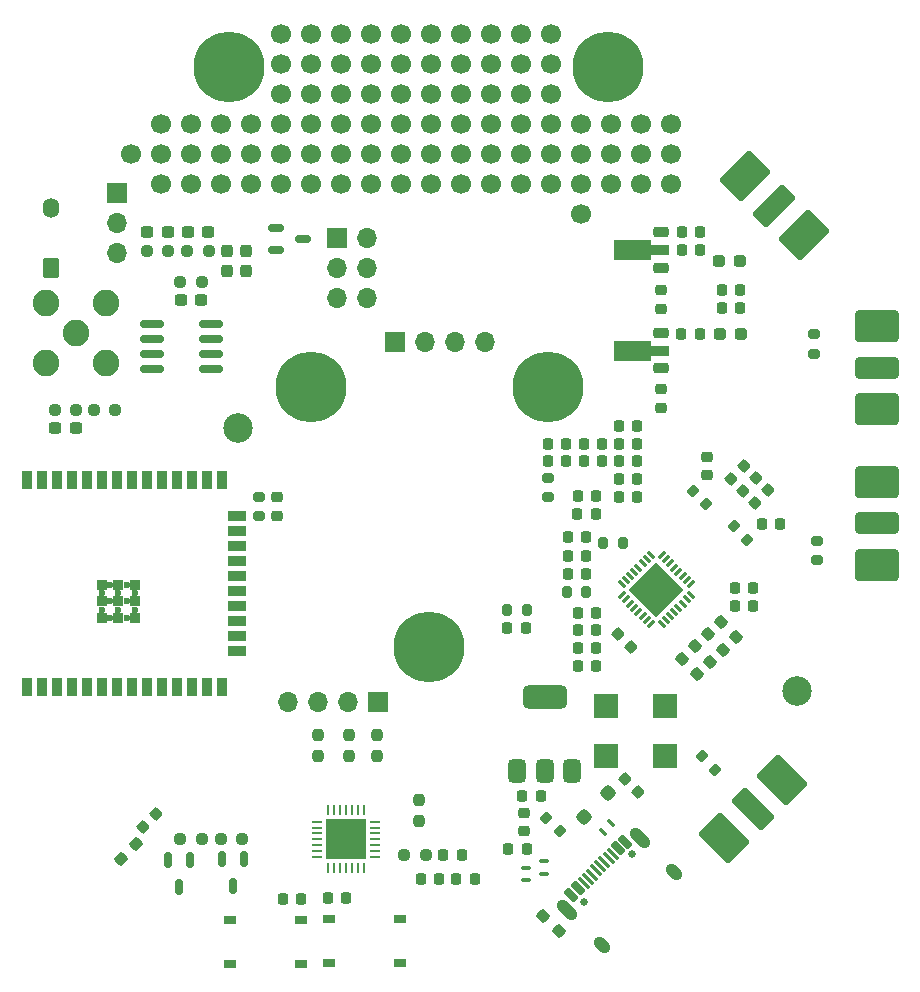
<source format=gbr>
%TF.GenerationSoftware,KiCad,Pcbnew,9.0.0*%
%TF.CreationDate,2025-07-22T11:18:37+01:00*%
%TF.ProjectId,Uncut Gem,556e6375-7420-4476-956d-2e6b69636164,rev?*%
%TF.SameCoordinates,Original*%
%TF.FileFunction,Soldermask,Top*%
%TF.FilePolarity,Negative*%
%FSLAX46Y46*%
G04 Gerber Fmt 4.6, Leading zero omitted, Abs format (unit mm)*
G04 Created by KiCad (PCBNEW 9.0.0) date 2025-07-22 11:18:37*
%MOMM*%
%LPD*%
G01*
G04 APERTURE LIST*
G04 Aperture macros list*
%AMRoundRect*
0 Rectangle with rounded corners*
0 $1 Rounding radius*
0 $2 $3 $4 $5 $6 $7 $8 $9 X,Y pos of 4 corners*
0 Add a 4 corners polygon primitive as box body*
4,1,4,$2,$3,$4,$5,$6,$7,$8,$9,$2,$3,0*
0 Add four circle primitives for the rounded corners*
1,1,$1+$1,$2,$3*
1,1,$1+$1,$4,$5*
1,1,$1+$1,$6,$7*
1,1,$1+$1,$8,$9*
0 Add four rect primitives between the rounded corners*
20,1,$1+$1,$2,$3,$4,$5,0*
20,1,$1+$1,$4,$5,$6,$7,0*
20,1,$1+$1,$6,$7,$8,$9,0*
20,1,$1+$1,$8,$9,$2,$3,0*%
%AMHorizOval*
0 Thick line with rounded ends*
0 $1 width*
0 $2 $3 position (X,Y) of the first rounded end (center of the circle)*
0 $4 $5 position (X,Y) of the second rounded end (center of the circle)*
0 Add line between two ends*
20,1,$1,$2,$3,$4,$5,0*
0 Add two circle primitives to create the rounded ends*
1,1,$1,$2,$3*
1,1,$1,$4,$5*%
%AMRotRect*
0 Rectangle, with rotation*
0 The origin of the aperture is its center*
0 $1 length*
0 $2 width*
0 $3 Rotation angle, in degrees counterclockwise*
0 Add horizontal line*
21,1,$1,$2,0,0,$3*%
%AMFreePoly0*
4,1,9,3.862500,-0.866500,0.737500,-0.866500,0.737500,-0.450000,-0.737500,-0.450000,-0.737500,0.450000,0.737500,0.450000,0.737500,0.866500,3.862500,0.866500,3.862500,-0.866500,3.862500,-0.866500,$1*%
G04 Aperture macros list end*
%ADD10RoundRect,0.237500X0.250000X0.237500X-0.250000X0.237500X-0.250000X-0.237500X0.250000X-0.237500X0*%
%ADD11RoundRect,0.225000X0.225000X0.250000X-0.225000X0.250000X-0.225000X-0.250000X0.225000X-0.250000X0*%
%ADD12C,1.700000*%
%ADD13RoundRect,0.225000X-0.335876X-0.017678X-0.017678X-0.335876X0.335876X0.017678X0.017678X0.335876X0*%
%ADD14RoundRect,0.200000X0.335876X0.053033X0.053033X0.335876X-0.335876X-0.053033X-0.053033X-0.335876X0*%
%ADD15RoundRect,0.218750X0.256250X-0.218750X0.256250X0.218750X-0.256250X0.218750X-0.256250X-0.218750X0*%
%ADD16RoundRect,0.225000X-0.017678X0.335876X-0.335876X0.017678X0.017678X-0.335876X0.335876X-0.017678X0*%
%ADD17RoundRect,0.237500X0.237500X-0.300000X0.237500X0.300000X-0.237500X0.300000X-0.237500X-0.300000X0*%
%ADD18R,1.700000X1.700000*%
%ADD19O,1.700000X1.700000*%
%ADD20RoundRect,0.200000X-0.200000X-0.275000X0.200000X-0.275000X0.200000X0.275000X-0.200000X0.275000X0*%
%ADD21RoundRect,0.225000X0.425000X0.225000X-0.425000X0.225000X-0.425000X-0.225000X0.425000X-0.225000X0*%
%ADD22FreePoly0,180.000000*%
%ADD23RoundRect,0.237500X-0.287500X-0.237500X0.287500X-0.237500X0.287500X0.237500X-0.287500X0.237500X0*%
%ADD24RoundRect,0.225000X-0.225000X-0.250000X0.225000X-0.250000X0.225000X0.250000X-0.225000X0.250000X0*%
%ADD25RoundRect,0.200000X0.275000X-0.200000X0.275000X0.200000X-0.275000X0.200000X-0.275000X-0.200000X0*%
%ADD26RoundRect,0.218750X-0.218750X-0.256250X0.218750X-0.256250X0.218750X0.256250X-0.218750X0.256250X0*%
%ADD27RoundRect,0.087500X0.312500X-0.087500X0.312500X0.087500X-0.312500X0.087500X-0.312500X-0.087500X0*%
%ADD28RoundRect,0.237500X-0.250000X-0.237500X0.250000X-0.237500X0.250000X0.237500X-0.250000X0.237500X0*%
%ADD29RoundRect,0.225000X0.017678X-0.335876X0.335876X-0.017678X-0.017678X0.335876X-0.335876X0.017678X0*%
%ADD30C,0.650000*%
%ADD31RoundRect,0.150000X0.247487X-0.459619X0.459619X-0.247487X-0.247487X0.459619X-0.459619X0.247487X0*%
%ADD32RoundRect,0.075000X0.353553X-0.459619X0.459619X-0.353553X-0.353553X0.459619X-0.459619X0.353553X0*%
%ADD33HorizOval,1.000000X-0.388909X0.388909X0.388909X-0.388909X0*%
%ADD34HorizOval,1.000000X-0.212132X0.212132X0.212132X-0.212132X0*%
%ADD35C,0.800000*%
%ADD36C,6.000000*%
%ADD37RoundRect,0.375000X0.375000X-0.625000X0.375000X0.625000X-0.375000X0.625000X-0.375000X-0.625000X0*%
%ADD38RoundRect,0.500000X1.400000X-0.500000X1.400000X0.500000X-1.400000X0.500000X-1.400000X-0.500000X0*%
%ADD39RoundRect,0.237500X-0.237500X0.250000X-0.237500X-0.250000X0.237500X-0.250000X0.237500X0.250000X0*%
%ADD40RoundRect,0.225000X0.250000X-0.225000X0.250000X0.225000X-0.250000X0.225000X-0.250000X-0.225000X0*%
%ADD41RoundRect,0.250000X0.000000X0.424264X-0.424264X0.000000X0.000000X-0.424264X0.424264X0.000000X0*%
%ADD42RoundRect,0.249200X0.450800X-0.600800X0.450800X0.600800X-0.450800X0.600800X-0.450800X-0.600800X0*%
%ADD43O,1.400000X1.700000*%
%ADD44RoundRect,0.150000X0.825000X0.150000X-0.825000X0.150000X-0.825000X-0.150000X0.825000X-0.150000X0*%
%ADD45RoundRect,0.237500X0.344715X-0.008839X-0.008839X0.344715X-0.344715X0.008839X0.008839X-0.344715X0*%
%ADD46RoundRect,0.237500X-0.300000X-0.237500X0.300000X-0.237500X0.300000X0.237500X-0.300000X0.237500X0*%
%ADD47RoundRect,0.250000X-0.675287X-1.580384X1.580384X0.675287X0.675287X1.580384X-1.580384X-0.675287X0*%
%ADD48RoundRect,0.250000X-0.362392X-1.893278X1.893278X0.362392X0.362392X1.893278X-1.893278X-0.362392X0*%
%ADD49RoundRect,0.150000X-0.150000X0.512500X-0.150000X-0.512500X0.150000X-0.512500X0.150000X0.512500X0*%
%ADD50RoundRect,0.250000X-1.580384X0.675287X0.675287X-1.580384X1.580384X-0.675287X-0.675287X1.580384X0*%
%ADD51RoundRect,0.250000X-1.893278X0.362392X0.362392X-1.893278X1.893278X-0.362392X-0.362392X1.893278X0*%
%ADD52RoundRect,0.062500X0.062500X-0.337500X0.062500X0.337500X-0.062500X0.337500X-0.062500X-0.337500X0*%
%ADD53RoundRect,0.062500X0.337500X-0.062500X0.337500X0.062500X-0.337500X0.062500X-0.337500X-0.062500X0*%
%ADD54R,3.350000X3.350000*%
%ADD55RoundRect,0.237500X0.300000X0.237500X-0.300000X0.237500X-0.300000X-0.237500X0.300000X-0.237500X0*%
%ADD56RoundRect,0.150000X-0.512500X-0.150000X0.512500X-0.150000X0.512500X0.150000X-0.512500X0.150000X0*%
%ADD57RoundRect,0.087500X0.159099X-0.282843X0.282843X-0.159099X-0.159099X0.282843X-0.282843X0.159099X0*%
%ADD58RoundRect,0.237500X0.237500X-0.250000X0.237500X0.250000X-0.237500X0.250000X-0.237500X-0.250000X0*%
%ADD59RoundRect,0.250000X-1.595000X-0.640000X1.595000X-0.640000X1.595000X0.640000X-1.595000X0.640000X0*%
%ADD60RoundRect,0.250000X-1.595000X-1.082500X1.595000X-1.082500X1.595000X1.082500X-1.595000X1.082500X0*%
%ADD61RoundRect,0.200000X-0.275000X0.200000X-0.275000X-0.200000X0.275000X-0.200000X0.275000X0.200000X0*%
%ADD62C,2.250000*%
%ADD63R,2.000000X2.000000*%
%ADD64C,2.500000*%
%ADD65RoundRect,0.200000X-0.335876X-0.053033X-0.053033X-0.335876X0.335876X0.053033X0.053033X0.335876X0*%
%ADD66R,1.000000X0.750000*%
%ADD67RoundRect,0.200000X0.200000X0.275000X-0.200000X0.275000X-0.200000X-0.275000X0.200000X-0.275000X0*%
%ADD68RoundRect,0.237500X0.008839X0.344715X-0.344715X-0.008839X-0.008839X-0.344715X0.344715X0.008839X0*%
%ADD69RotRect,0.800000X0.300000X135.000000*%
%ADD70RotRect,0.800000X0.300000X225.000000*%
%ADD71RotRect,3.250000X3.250000X135.000000*%
%ADD72R,0.900000X1.500000*%
%ADD73R,1.500000X0.900000*%
%ADD74R,0.900000X0.900000*%
%ADD75C,0.600000*%
%ADD76RoundRect,0.218750X0.218750X0.256250X-0.218750X0.256250X-0.218750X-0.256250X0.218750X-0.256250X0*%
G04 APERTURE END LIST*
D10*
%TO.C,R14*%
X104137500Y-77600000D03*
X102312500Y-77600000D03*
%TD*%
D11*
%TO.C,C9*%
X143857500Y-96950000D03*
X142307500Y-96950000D03*
%TD*%
D12*
%TO.C,REF\u002A\u002A74*%
X128940000Y-64330000D03*
%TD*%
D13*
%TO.C,C43*%
X142801992Y-122351992D03*
X143898008Y-123448008D03*
%TD*%
D12*
%TO.C,REF\u002A\u002A75*%
X131480000Y-64330000D03*
%TD*%
D14*
%TO.C,R9*%
X153166726Y-102066726D03*
X152000000Y-100900000D03*
%TD*%
D12*
%TO.C,REF\u002A\u002A100*%
X144180000Y-66870000D03*
%TD*%
%TO.C,REF\u002A\u002A88*%
X113700000Y-66870000D03*
%TD*%
D15*
%TO.C,LED1*%
X113350000Y-100037500D03*
X113350000Y-98462500D03*
%TD*%
D16*
%TO.C,C38*%
X103098008Y-125301992D03*
X102001992Y-126398008D03*
%TD*%
D17*
%TO.C,C45*%
X109150000Y-79362500D03*
X109150000Y-77637500D03*
%TD*%
D14*
%TO.C,R25*%
X137283363Y-126783363D03*
X136116637Y-125616637D03*
%TD*%
D12*
%TO.C,REF\u002A\u002A77*%
X136560000Y-64330000D03*
%TD*%
D18*
%TO.C,PD1*%
X99800000Y-72710000D03*
D19*
X99800000Y-75250000D03*
X99800000Y-77790000D03*
%TD*%
D12*
%TO.C,REF\u002A\u002A57*%
X136560000Y-61790000D03*
%TD*%
D20*
%TO.C,R12*%
X137900000Y-106500000D03*
X139550000Y-106500000D03*
%TD*%
D21*
%TO.C,U2*%
X145850000Y-87562500D03*
D22*
X145762500Y-86062500D03*
D21*
X145850000Y-84562500D03*
%TD*%
D23*
%TO.C,D3*%
X150800000Y-78450000D03*
X152550000Y-78450000D03*
%TD*%
D12*
%TO.C,REF\u002A\u002A87*%
X111160000Y-66870000D03*
%TD*%
%TO.C,REF\u002A\u002A139*%
X141640000Y-71950000D03*
%TD*%
%TO.C,REF\u002A\u002A137*%
X136560000Y-71950000D03*
%TD*%
%TO.C,REF\u002A\u002A131*%
X121320000Y-71950000D03*
%TD*%
D13*
%TO.C,C7*%
X142201992Y-110101992D03*
X143298008Y-111198008D03*
%TD*%
D24*
%TO.C,C24*%
X137950000Y-103500000D03*
X139500000Y-103500000D03*
%TD*%
D12*
%TO.C,REF\u002A\u002A29*%
X116240000Y-59250000D03*
%TD*%
%TO.C,REF\u002A\u002A36*%
X134020000Y-59250000D03*
%TD*%
%TO.C,REF\u002A\u002A85*%
X106080000Y-66870000D03*
%TD*%
D24*
%TO.C,C17*%
X138800000Y-111250000D03*
X140350000Y-111250000D03*
%TD*%
%TO.C,C41*%
X113825000Y-132500000D03*
X115375000Y-132500000D03*
%TD*%
D12*
%TO.C,REF\u002A\u002A109*%
X116240000Y-69410000D03*
%TD*%
D25*
%TO.C,R5*%
X136300000Y-98500000D03*
X136300000Y-96850000D03*
%TD*%
D12*
%TO.C,REF\u002A\u002A55*%
X131480000Y-61790000D03*
%TD*%
D24*
%TO.C,C39*%
X128525000Y-130850000D03*
X130075000Y-130850000D03*
%TD*%
D12*
%TO.C,REF\u002A\u002A136*%
X134020000Y-71950000D03*
%TD*%
D24*
%TO.C,C44*%
X134125000Y-123750000D03*
X135675000Y-123750000D03*
%TD*%
D26*
%TO.C,L2*%
X147612500Y-77550000D03*
X149187500Y-77550000D03*
%TD*%
D27*
%TO.C,D6*%
X134400000Y-130900000D03*
X134400000Y-129850000D03*
%TD*%
D28*
%TO.C,R16*%
X97837500Y-91100000D03*
X99662500Y-91100000D03*
%TD*%
D18*
%TO.C,OLED1*%
X123310000Y-85350000D03*
D19*
X125850000Y-85350000D03*
X128390000Y-85350000D03*
X130930000Y-85350000D03*
%TD*%
D12*
%TO.C,REF\u002A\u002A138*%
X139100000Y-71950000D03*
%TD*%
%TO.C,REF\u002A\u002A95*%
X131480000Y-66870000D03*
%TD*%
D24*
%TO.C,C26*%
X138800000Y-112750000D03*
X140350000Y-112750000D03*
%TD*%
D18*
%TO.C,5V_SUPP1*%
X118460000Y-76550000D03*
D19*
X121000000Y-76550000D03*
X118460000Y-79090000D03*
X121000000Y-79090000D03*
X118460000Y-81630000D03*
X121000000Y-81630000D03*
%TD*%
D29*
%TO.C,C21*%
X152800000Y-97950000D03*
X153896016Y-96853984D03*
%TD*%
D12*
%TO.C,REF\u002A\u002A97*%
X136560000Y-66870000D03*
%TD*%
D30*
%TO.C,P1*%
X139299607Y-132746087D03*
X143386684Y-128659010D03*
D31*
X138274302Y-132159189D03*
X138839988Y-131593503D03*
D32*
X139653161Y-130780331D03*
X140360267Y-130073224D03*
X140713821Y-129719670D03*
X141420928Y-129012564D03*
D31*
X142234100Y-128199391D03*
X142799786Y-127633705D03*
X142799786Y-127633705D03*
X142234100Y-128199391D03*
D32*
X141774481Y-128659010D03*
X141067374Y-129366117D03*
X140006714Y-130426777D03*
X139299607Y-131133884D03*
D31*
X138839988Y-131593503D03*
X138274302Y-132159189D03*
D33*
X137934891Y-133403697D03*
D34*
X140890597Y-136359403D03*
D33*
X144044294Y-127294294D03*
D34*
X147000000Y-130250000D03*
%TD*%
D35*
%TO.C,REF\u002A\u002A*%
X139150000Y-62050000D03*
X139809010Y-60459010D03*
X139809010Y-63640990D03*
X141400000Y-59800000D03*
D36*
X141400000Y-62050000D03*
D35*
X141400000Y-64300000D03*
X142990990Y-60459010D03*
X142990990Y-63640990D03*
X143650000Y-62050000D03*
%TD*%
D24*
%TO.C,C3*%
X139300000Y-93950000D03*
X140850000Y-93950000D03*
%TD*%
D28*
%TO.C,R15*%
X105137500Y-80250000D03*
X106962500Y-80250000D03*
%TD*%
D14*
%TO.C,R10*%
X149700000Y-99100000D03*
X148533274Y-97933274D03*
%TD*%
D12*
%TO.C,REF\u002A\u002A134*%
X128940000Y-71950000D03*
%TD*%
D29*
%TO.C,C22*%
X151750000Y-96900000D03*
X152846016Y-95803984D03*
%TD*%
D24*
%TO.C,C30*%
X151025000Y-80950000D03*
X152575000Y-80950000D03*
%TD*%
D27*
%TO.C,D5*%
X135950000Y-130350000D03*
X135950000Y-129300000D03*
%TD*%
D26*
%TO.C,PWR1*%
X132912500Y-128300000D03*
X134487500Y-128300000D03*
%TD*%
D37*
%TO.C,U6*%
X133700000Y-121700000D03*
X136000000Y-121700000D03*
D38*
X136000000Y-115400000D03*
D37*
X138300000Y-121700000D03*
%TD*%
D24*
%TO.C,C16*%
X138800000Y-109750000D03*
X140350000Y-109750000D03*
%TD*%
D39*
%TO.C,R29*%
X119400000Y-118575000D03*
X119400000Y-120400000D03*
%TD*%
D12*
%TO.C,REF\u002A\u002A31*%
X121320000Y-59250000D03*
%TD*%
%TO.C,REF\u002A\u002A33*%
X126400000Y-59250000D03*
%TD*%
%TO.C,REF\u002A\u002A99*%
X141640000Y-66870000D03*
%TD*%
D40*
%TO.C,C19*%
X149750000Y-96592500D03*
X149750000Y-95042500D03*
%TD*%
D39*
%TO.C,R28*%
X121850000Y-118587500D03*
X121850000Y-120412500D03*
%TD*%
D11*
%TO.C,C14*%
X153650000Y-106200000D03*
X152100000Y-106200000D03*
%TD*%
D12*
%TO.C,REF\u002A\u002A86*%
X111160000Y-69400000D03*
%TD*%
D41*
%TO.C,D8*%
X141350000Y-123550000D03*
X139370102Y-125529898D03*
%TD*%
D12*
%TO.C,REF\u002A\u002A130*%
X118780000Y-71950000D03*
%TD*%
%TO.C,REF\u002A\u002A84*%
X103540000Y-66870000D03*
%TD*%
%TO.C,REF\u002A\u002A117*%
X136560000Y-69410000D03*
%TD*%
D42*
%TO.C,D4*%
X94250000Y-79090000D03*
D43*
X94250000Y-74010000D03*
%TD*%
D12*
%TO.C,REF\u002A\u002A35*%
X131480000Y-59250000D03*
%TD*%
%TO.C,REF\u002A\u002A93*%
X126400000Y-66870000D03*
%TD*%
%TO.C,*%
X106050000Y-71950000D03*
%TD*%
D44*
%TO.C,U5*%
X107725000Y-87605000D03*
X107725000Y-86335000D03*
X107725000Y-85065000D03*
X107725000Y-83795000D03*
X102775000Y-83795000D03*
X102775000Y-85065000D03*
X102775000Y-86335000D03*
X102775000Y-87605000D03*
%TD*%
D12*
%TO.C,REF\u002A\u002A34*%
X128940000Y-59250000D03*
%TD*%
D45*
%TO.C,R1*%
X148945235Y-113445235D03*
X147654765Y-112154765D03*
%TD*%
D12*
%TO.C,REF\u002A\u002A115*%
X131480000Y-69410000D03*
%TD*%
D11*
%TO.C,C12*%
X143850000Y-92450000D03*
X142300000Y-92450000D03*
%TD*%
D46*
%TO.C,C34*%
X105187500Y-81800000D03*
X106912500Y-81800000D03*
%TD*%
D12*
%TO.C,REF\u002A\u002A52*%
X123860000Y-61790000D03*
%TD*%
D45*
%TO.C,R19*%
X137195235Y-135245235D03*
X135904765Y-133954765D03*
%TD*%
D12*
%TO.C,REF\u002A\u002A119*%
X141640000Y-69410000D03*
%TD*%
D24*
%TO.C,C13*%
X152100000Y-107700000D03*
X153650000Y-107700000D03*
%TD*%
D47*
%TO.C,J4*%
X155464366Y-73796493D03*
D48*
X152994796Y-71326922D03*
X157933937Y-76266063D03*
%TD*%
D45*
%TO.C,R4*%
X151100000Y-111395235D03*
X149809530Y-110104765D03*
%TD*%
D46*
%TO.C,C35*%
X94587500Y-92650000D03*
X96312500Y-92650000D03*
%TD*%
D12*
%TO.C,REF\u002A\u002A71*%
X121320000Y-64330000D03*
%TD*%
D49*
%TO.C,Q6*%
X106000000Y-129200000D03*
X104100000Y-129200000D03*
X105050000Y-131475000D03*
%TD*%
D11*
%TO.C,C40*%
X127100000Y-130850000D03*
X125550000Y-130850000D03*
%TD*%
D12*
%TO.C,REF\u002A\u002A92*%
X123860000Y-66870000D03*
%TD*%
%TO.C,REF\u002A\u002A28*%
X113700000Y-59250000D03*
%TD*%
%TO.C,REF\u002A\u002A112*%
X123860000Y-69410000D03*
%TD*%
%TO.C,REF\u002A\u002A133*%
X126400000Y-71950000D03*
%TD*%
D50*
%TO.C,J1*%
X153664366Y-124903507D03*
D51*
X156133937Y-122433937D03*
X151194796Y-127373078D03*
%TD*%
D12*
%TO.C,REF\u002A\u002A158*%
X139100000Y-74490000D03*
%TD*%
%TO.C,REF\u002A\u002A113*%
X126400000Y-69410000D03*
%TD*%
%TO.C,REF\u002A\u002A90*%
X118780000Y-66870000D03*
%TD*%
D24*
%TO.C,C31*%
X151025000Y-82500000D03*
X152575000Y-82500000D03*
%TD*%
D12*
%TO.C,REF\u002A\u002A53*%
X126400000Y-61790000D03*
%TD*%
D21*
%TO.C,U3*%
X145850000Y-79062500D03*
D22*
X145762500Y-77562500D03*
D21*
X145850000Y-76062500D03*
%TD*%
D12*
%TO.C,REF\u002A\u002A68*%
X113700000Y-64330000D03*
%TD*%
%TO.C,REF\u002A\u002A30*%
X118780000Y-59250000D03*
%TD*%
D28*
%TO.C,R17*%
X94537500Y-91100000D03*
X96362500Y-91100000D03*
%TD*%
D12*
%TO.C,REF\u002A\u002A141*%
X146720000Y-71950000D03*
%TD*%
D29*
%TO.C,C20*%
X153850000Y-99000000D03*
X154946016Y-97903984D03*
%TD*%
D12*
%TO.C,REF\u002A\u002A51*%
X121320000Y-61790000D03*
%TD*%
D52*
%TO.C,U8*%
X117700000Y-129900000D03*
X118200000Y-129900000D03*
X118700000Y-129900000D03*
X119200000Y-129900000D03*
X119700000Y-129900000D03*
X120200000Y-129900000D03*
X120700000Y-129900000D03*
D53*
X121650000Y-128950000D03*
X121650000Y-128450000D03*
X121650000Y-127950000D03*
X121650000Y-127450000D03*
X121650000Y-126950000D03*
X121650000Y-126450000D03*
X121650000Y-125950000D03*
D52*
X120700000Y-125000000D03*
X120200000Y-125000000D03*
X119700000Y-125000000D03*
X119200000Y-125000000D03*
X118700000Y-125000000D03*
X118200000Y-125000000D03*
X117700000Y-125000000D03*
D53*
X116750000Y-125950000D03*
X116750000Y-126450000D03*
X116750000Y-126950000D03*
X116750000Y-127450000D03*
X116750000Y-127950000D03*
X116750000Y-128450000D03*
X116750000Y-128950000D03*
D54*
X119200000Y-127450000D03*
%TD*%
D45*
%TO.C,R3*%
X152200000Y-110300000D03*
X150909530Y-109009530D03*
%TD*%
D55*
%TO.C,C33*%
X104087500Y-76050000D03*
X102362500Y-76050000D03*
%TD*%
D35*
%TO.C,REF\u002A\u002A*%
X134050000Y-89150000D03*
X134709010Y-87559010D03*
X134709010Y-90740990D03*
X136300000Y-86900000D03*
D36*
X136300000Y-89150000D03*
D35*
X136300000Y-91400000D03*
X137890990Y-87559010D03*
X137890990Y-90740990D03*
X138550000Y-89150000D03*
%TD*%
D24*
%TO.C,C4*%
X139300000Y-95450000D03*
X140850000Y-95450000D03*
%TD*%
D12*
%TO.C,REF\u002A\u002A85*%
X111170000Y-71950000D03*
%TD*%
%TO.C,REF\u002A\u002A69*%
X116240000Y-64330000D03*
%TD*%
D40*
%TO.C,C27*%
X145850000Y-90900000D03*
X145850000Y-89350000D03*
%TD*%
D56*
%TO.C,Q4*%
X113300000Y-75650000D03*
X113300000Y-77550000D03*
X115575000Y-76600000D03*
%TD*%
D12*
%TO.C,*%
X103500000Y-69400000D03*
%TD*%
%TO.C,*%
X100960000Y-69400000D03*
%TD*%
%TO.C,REF\u002A\u002A86*%
X113710000Y-71950000D03*
%TD*%
%TO.C,*%
X103510000Y-71950000D03*
%TD*%
D25*
%TO.C,R7*%
X158800000Y-86350000D03*
X158800000Y-84700000D03*
%TD*%
D57*
%TO.C,D1*%
X140907538Y-126792462D03*
X141650000Y-126050000D03*
%TD*%
D12*
%TO.C,REF\u002A\u002A76*%
X134020000Y-64330000D03*
%TD*%
%TO.C,REF\u002A\u002A101*%
X146720000Y-66870000D03*
%TD*%
D58*
%TO.C,R20*%
X125400000Y-125925000D03*
X125400000Y-124100000D03*
%TD*%
D11*
%TO.C,C10*%
X143850000Y-95450000D03*
X142300000Y-95450000D03*
%TD*%
D12*
%TO.C,REF\u002A\u002A86*%
X108620000Y-66870000D03*
%TD*%
D59*
%TO.C,J3*%
X164135000Y-87507500D03*
D60*
X164135000Y-84015000D03*
X164135000Y-91000000D03*
%TD*%
D11*
%TO.C,C42*%
X119225000Y-132450000D03*
X117675000Y-132450000D03*
%TD*%
D12*
%TO.C,REF\u002A\u002A91*%
X121320000Y-66870000D03*
%TD*%
%TO.C,REF\u002A\u002A111*%
X121320000Y-69410000D03*
%TD*%
D11*
%TO.C,C1*%
X137825000Y-95450000D03*
X136275000Y-95450000D03*
%TD*%
D12*
%TO.C,REF\u002A\u002A118*%
X139100000Y-69410000D03*
%TD*%
%TO.C,REF\u002A\u002A70*%
X118780000Y-64330000D03*
%TD*%
D49*
%TO.C,Q5*%
X110550000Y-129100000D03*
X108650000Y-129100000D03*
X109600000Y-131375000D03*
%TD*%
D11*
%TO.C,C5*%
X140350000Y-98400000D03*
X138800000Y-98400000D03*
%TD*%
D24*
%TO.C,C18*%
X154407500Y-100750000D03*
X155957500Y-100750000D03*
%TD*%
D12*
%TO.C,REF\u002A\u002A94*%
X128940000Y-66870000D03*
%TD*%
%TO.C,REF\u002A\u002A37*%
X136560000Y-59250000D03*
%TD*%
%TO.C,REF\u002A\u002A56*%
X134020000Y-61790000D03*
%TD*%
D11*
%TO.C,C2*%
X137825000Y-93950000D03*
X136275000Y-93950000D03*
%TD*%
D12*
%TO.C,REF\u002A\u002A32*%
X123860000Y-59250000D03*
%TD*%
D61*
%TO.C,R26*%
X111800000Y-98425000D03*
X111800000Y-100075000D03*
%TD*%
D62*
%TO.C,J6*%
X96310000Y-84600000D03*
X93770000Y-87140000D03*
X98850000Y-87140000D03*
X93770000Y-82060000D03*
X98850000Y-82060000D03*
%TD*%
D63*
%TO.C,X1*%
X141200000Y-120400000D03*
X146200000Y-120400000D03*
X146200000Y-116200000D03*
X141200000Y-116200000D03*
%TD*%
D64*
%TO.C,TP1*%
X110050000Y-92600000D03*
%TD*%
D11*
%TO.C,C6*%
X140325000Y-99900000D03*
X138775000Y-99900000D03*
%TD*%
D12*
%TO.C,REF\u002A\u002A48*%
X113700000Y-61790000D03*
%TD*%
%TO.C,REF\u002A\u002A49*%
X116240000Y-61790000D03*
%TD*%
D39*
%TO.C,R27*%
X116850000Y-118575000D03*
X116850000Y-120400000D03*
%TD*%
D55*
%TO.C,C32*%
X107500000Y-76050000D03*
X105775000Y-76050000D03*
%TD*%
D45*
%TO.C,R2*%
X150000000Y-112400000D03*
X148709530Y-111109530D03*
%TD*%
D35*
%TO.C,REF\u002A\u002A*%
X107060000Y-62060000D03*
X107719010Y-60469010D03*
X107719010Y-63650990D03*
X109310000Y-59810000D03*
D36*
X109310000Y-62060000D03*
D35*
X109310000Y-64310000D03*
X110900990Y-60469010D03*
X110900990Y-63650990D03*
X111560000Y-62060000D03*
%TD*%
%TO.C,REF\u002A\u002A*%
X114000000Y-89150000D03*
X114659010Y-87559010D03*
X114659010Y-90740990D03*
X116250000Y-86900000D03*
D36*
X116250000Y-89150000D03*
D35*
X116250000Y-91400000D03*
X117840990Y-87559010D03*
X117840990Y-90740990D03*
X118500000Y-89150000D03*
%TD*%
D65*
%TO.C,R24*%
X149291637Y-120416637D03*
X150458363Y-121583363D03*
%TD*%
D66*
%TO.C,BOOT1*%
X115350000Y-138000000D03*
X109350000Y-138000000D03*
X115350000Y-134250000D03*
X109350000Y-134250000D03*
%TD*%
D35*
%TO.C,REF\u002A\u002A*%
X124000000Y-111150000D03*
X124659010Y-109559010D03*
X124659010Y-112740990D03*
X126250000Y-108900000D03*
D36*
X126250000Y-111150000D03*
D35*
X126250000Y-113400000D03*
X127840990Y-109559010D03*
X127840990Y-112740990D03*
X128500000Y-111150000D03*
%TD*%
D12*
%TO.C,REF\u002A\u002A72*%
X123860000Y-64330000D03*
%TD*%
%TO.C,REF\u002A\u002A96*%
X134020000Y-66870000D03*
%TD*%
%TO.C,REF\u002A\u002A73*%
X126400000Y-64330000D03*
%TD*%
%TO.C,REF\u002A\u002A132*%
X123860000Y-71950000D03*
%TD*%
D11*
%TO.C,C25*%
X139500000Y-105000000D03*
X137950000Y-105000000D03*
%TD*%
D12*
%TO.C,REF\u002A\u002A121*%
X146720000Y-69410000D03*
%TD*%
%TO.C,REF\u002A\u002A110*%
X118780000Y-69410000D03*
%TD*%
D67*
%TO.C,R8*%
X134500000Y-108000000D03*
X132850000Y-108000000D03*
%TD*%
D24*
%TO.C,C15*%
X138792500Y-108250000D03*
X140342500Y-108250000D03*
%TD*%
D26*
%TO.C,L1*%
X147550000Y-84650000D03*
X149125000Y-84650000D03*
%TD*%
D68*
%TO.C,R18*%
X101400000Y-127850000D03*
X100109530Y-129140470D03*
%TD*%
D40*
%TO.C,C28*%
X145900000Y-82520000D03*
X145900000Y-80970000D03*
%TD*%
D12*
%TO.C,REF\u002A\u002A140*%
X144180000Y-71950000D03*
%TD*%
D24*
%TO.C,C23*%
X137975000Y-101850000D03*
X139525000Y-101850000D03*
%TD*%
D23*
%TO.C,D2*%
X150850000Y-84650000D03*
X152600000Y-84650000D03*
%TD*%
D12*
%TO.C,REF\u002A\u002A98*%
X139100000Y-66870000D03*
%TD*%
D17*
%TO.C,C46*%
X110700000Y-79362500D03*
X110700000Y-77637500D03*
%TD*%
D10*
%TO.C,R13*%
X107562500Y-77600000D03*
X105737500Y-77600000D03*
%TD*%
D18*
%TO.C,SPI1*%
X121900000Y-115825000D03*
D19*
X119360000Y-115825000D03*
X116820000Y-115825000D03*
X114280000Y-115825000D03*
%TD*%
D69*
%TO.C,U1*%
X145919238Y-109250000D03*
X146272792Y-108896447D03*
X146626345Y-108542893D03*
X146979899Y-108189340D03*
X147333452Y-107835787D03*
X147687005Y-107482233D03*
X148040559Y-107128680D03*
X148394112Y-106775126D03*
D70*
X148394112Y-105855888D03*
X148040559Y-105502334D03*
X147687005Y-105148781D03*
X147333452Y-104795227D03*
X146979899Y-104441674D03*
X146626345Y-104088121D03*
X146272792Y-103734567D03*
X145919238Y-103381014D03*
D69*
X145000000Y-103381014D03*
X144646446Y-103734567D03*
X144292893Y-104088121D03*
X143939339Y-104441674D03*
X143585786Y-104795227D03*
X143232233Y-105148781D03*
X142878679Y-105502334D03*
X142525126Y-105855888D03*
D70*
X142525126Y-106775126D03*
X142878679Y-107128680D03*
X143232233Y-107482233D03*
X143585786Y-107835787D03*
X143939339Y-108189340D03*
X144292893Y-108542893D03*
X144646446Y-108896447D03*
X145000000Y-109250000D03*
D71*
X145459619Y-106315507D03*
%TD*%
D59*
%TO.C,J2*%
X164135000Y-100692500D03*
D60*
X164135000Y-97200000D03*
X164135000Y-104185000D03*
%TD*%
D12*
%TO.C,REF\u002A\u002A84*%
X108630000Y-71950000D03*
%TD*%
%TO.C,REF\u002A\u002A84*%
X106080000Y-69400000D03*
%TD*%
D40*
%TO.C,C37*%
X134300000Y-126775000D03*
X134300000Y-125225000D03*
%TD*%
D72*
%TO.C,U7*%
X92200000Y-114550000D03*
X93470000Y-114550000D03*
X94740000Y-114550000D03*
X96010000Y-114550000D03*
X97280000Y-114550000D03*
X98550000Y-114550000D03*
X99820000Y-114550000D03*
X101090000Y-114550000D03*
X102360000Y-114550000D03*
X103630000Y-114550000D03*
X104900000Y-114550000D03*
X106170000Y-114550000D03*
X107440000Y-114550000D03*
X108710000Y-114550000D03*
D73*
X109960000Y-111515000D03*
X109960000Y-110245000D03*
X109960000Y-108975000D03*
X109960000Y-107705000D03*
X109960000Y-106435000D03*
X109960000Y-105165000D03*
X109960000Y-103895000D03*
X109960000Y-102625000D03*
X109960000Y-101355000D03*
X109960000Y-100085000D03*
D72*
X108710000Y-97050000D03*
X107440000Y-97050000D03*
X106170000Y-97050000D03*
X104900000Y-97050000D03*
X103630000Y-97050000D03*
X102360000Y-97050000D03*
X101090000Y-97050000D03*
X99820000Y-97050000D03*
X98550000Y-97050000D03*
X97280000Y-97050000D03*
X96010000Y-97050000D03*
X94740000Y-97050000D03*
X93470000Y-97050000D03*
X92200000Y-97050000D03*
D74*
X98520000Y-108700000D03*
D75*
X99220000Y-108700000D03*
D74*
X99920000Y-108700000D03*
D75*
X100620000Y-108700000D03*
D74*
X101320000Y-108700000D03*
D75*
X98520000Y-108000000D03*
X99920000Y-108000000D03*
X101320000Y-108000000D03*
D74*
X98520000Y-107300000D03*
D75*
X99220000Y-107300000D03*
D74*
X99920000Y-107300000D03*
D75*
X100620000Y-107300000D03*
D74*
X101320000Y-107300000D03*
D75*
X98520000Y-106600000D03*
X99920000Y-106600000D03*
X101320000Y-106600000D03*
D74*
X98520000Y-105900000D03*
D75*
X99220000Y-105900000D03*
D74*
X99920000Y-105900000D03*
D75*
X100620000Y-105900000D03*
D74*
X101320000Y-105900000D03*
%TD*%
D12*
%TO.C,REF\u002A\u002A135*%
X131480000Y-71950000D03*
%TD*%
D28*
%TO.C,R21*%
X124100000Y-128750000D03*
X125925000Y-128750000D03*
%TD*%
D12*
%TO.C,REF\u002A\u002A54*%
X128940000Y-61790000D03*
%TD*%
%TO.C,REF\u002A\u002A50*%
X118780000Y-61790000D03*
%TD*%
%TO.C,REF\u002A\u002A87*%
X116250000Y-71950000D03*
%TD*%
D61*
%TO.C,R6*%
X159050000Y-102150000D03*
X159050000Y-103800000D03*
%TD*%
D28*
%TO.C,R22*%
X105175000Y-127450000D03*
X107000000Y-127450000D03*
%TD*%
D66*
%TO.C,EN1*%
X123750000Y-137950000D03*
X117750000Y-137950000D03*
X123750000Y-134200000D03*
X117750000Y-134200000D03*
%TD*%
D24*
%TO.C,C29*%
X147642500Y-76012500D03*
X149192500Y-76012500D03*
%TD*%
D67*
%TO.C,R11*%
X142625000Y-102400000D03*
X140975000Y-102400000D03*
%TD*%
D11*
%TO.C,C36*%
X128975000Y-128750000D03*
X127425000Y-128750000D03*
%TD*%
D64*
%TO.C,MUX_OUT*%
X157400000Y-114900000D03*
%TD*%
D28*
%TO.C,R23*%
X108600000Y-127450000D03*
X110425000Y-127450000D03*
%TD*%
D12*
%TO.C,REF\u002A\u002A85*%
X108620000Y-69400000D03*
%TD*%
D11*
%TO.C,C11*%
X143850000Y-93950000D03*
X142300000Y-93950000D03*
%TD*%
D12*
%TO.C,REF\u002A\u002A87*%
X113700000Y-69400000D03*
%TD*%
%TO.C,REF\u002A\u002A89*%
X116240000Y-66870000D03*
%TD*%
%TO.C,REF\u002A\u002A116*%
X134020000Y-69410000D03*
%TD*%
D76*
%TO.C,LOCK*%
X134425000Y-109550000D03*
X132850000Y-109550000D03*
%TD*%
D12*
%TO.C,REF\u002A\u002A114*%
X128940000Y-69410000D03*
%TD*%
D11*
%TO.C,C8*%
X143857500Y-98450000D03*
X142307500Y-98450000D03*
%TD*%
D12*
%TO.C,REF\u002A\u002A120*%
X144180000Y-69410000D03*
%TD*%
M02*

</source>
